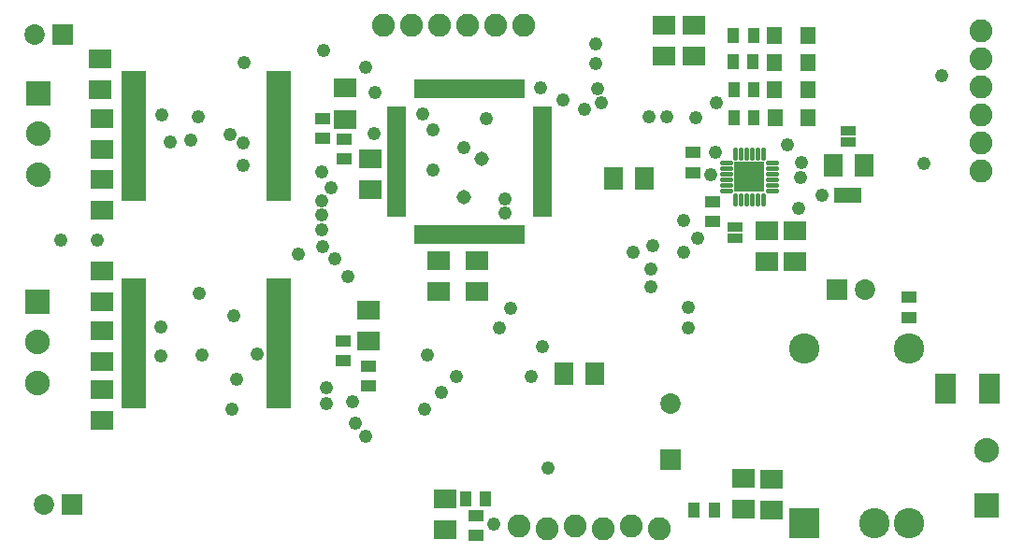
<source format=gts>
G75*
G70*
%OFA0B0*%
%FSLAX24Y24*%
%IPPOS*%
%LPD*%
%AMOC8*
5,1,8,0,0,1.08239X$1,22.5*
%
%ADD10R,0.0789X0.0710*%
%ADD11R,0.0710X0.0789*%
%ADD12C,0.0180*%
%ADD13R,0.1110X0.1110*%
%ADD14R,0.0330X0.0580*%
%ADD15R,0.0580X0.0330*%
%ADD16C,0.1080*%
%ADD17R,0.1080X0.1080*%
%ADD18R,0.0749X0.1064*%
%ADD19R,0.0552X0.0395*%
%ADD20R,0.0552X0.0631*%
%ADD21R,0.0395X0.0552*%
%ADD22C,0.0820*%
%ADD23C,0.0730*%
%ADD24R,0.0730X0.0730*%
%ADD25R,0.0910X0.0250*%
%ADD26R,0.0660X0.0190*%
%ADD27R,0.0190X0.0660*%
%ADD28R,0.0880X0.0880*%
%ADD29C,0.0880*%
%ADD30C,0.0477*%
%ADD31C,0.0516*%
D10*
X003845Y004915D03*
X003845Y006017D03*
X003845Y007029D03*
X003845Y008131D03*
X003845Y009139D03*
X003845Y010241D03*
X003845Y012419D03*
X003845Y013521D03*
X003837Y014580D03*
X003837Y015682D03*
X003777Y016703D03*
X003777Y017806D03*
X012509Y016765D03*
X012509Y015663D03*
X013405Y014249D03*
X013405Y013147D03*
X015859Y010600D03*
X017219Y010610D03*
X017219Y009508D03*
X015859Y009498D03*
X013352Y008846D03*
X013352Y007744D03*
X016081Y002119D03*
X016081Y001016D03*
X026721Y001740D03*
X027702Y001725D03*
X027702Y002827D03*
X026721Y002842D03*
X027550Y010582D03*
X028559Y010590D03*
X028559Y011692D03*
X027550Y011684D03*
X024949Y017915D03*
X023877Y017903D03*
X023877Y019005D03*
X024949Y019017D03*
D11*
X029911Y014011D03*
X031013Y014011D03*
X023190Y013546D03*
X022088Y013546D03*
X021425Y006572D03*
X020323Y006572D03*
D12*
X026407Y012648D02*
X026407Y012948D01*
X026607Y012948D02*
X026607Y012648D01*
X026805Y012648D02*
X026805Y012948D01*
X027015Y012948D02*
X027015Y012648D01*
X027214Y012648D02*
X027214Y012948D01*
X027413Y012948D02*
X027413Y012648D01*
X027587Y013112D02*
X027887Y013112D01*
X027887Y013311D02*
X027587Y013311D01*
X027587Y013510D02*
X027887Y013510D01*
X027887Y013720D02*
X027587Y013720D01*
X027587Y013918D02*
X027887Y013918D01*
X027887Y014118D02*
X027587Y014118D01*
X027413Y014283D02*
X027413Y014583D01*
X027214Y014583D02*
X027214Y014283D01*
X027015Y014283D02*
X027015Y014583D01*
X026805Y014583D02*
X026805Y014283D01*
X026607Y014283D02*
X026607Y014583D01*
X026407Y014583D02*
X026407Y014283D01*
X026233Y014118D02*
X025933Y014118D01*
X025933Y013918D02*
X026233Y013918D01*
X026233Y013720D02*
X025933Y013720D01*
X025933Y013510D02*
X026233Y013510D01*
X026233Y013311D02*
X025933Y013311D01*
X025933Y013112D02*
X026233Y013112D01*
D13*
X026906Y013619D03*
D14*
X030098Y012933D03*
X030418Y012933D03*
X030738Y012933D03*
D15*
X030434Y014856D03*
X030434Y015256D03*
X026407Y011802D03*
X026407Y011402D03*
D16*
X028872Y007487D03*
X032622Y007487D03*
X032622Y001237D03*
X031372Y001237D03*
D17*
X028872Y001237D03*
D18*
X033912Y006062D03*
X035487Y006062D03*
D19*
X032600Y008590D03*
X032600Y009299D03*
X025626Y012011D03*
X025626Y012720D03*
X024901Y013758D03*
X024901Y014467D03*
X012467Y014234D03*
X012467Y014943D03*
X011710Y014970D03*
X011710Y015678D03*
X012447Y007745D03*
X012447Y007037D03*
X013352Y006848D03*
X013352Y006139D03*
X017171Y001524D03*
X017171Y000816D03*
D20*
X027837Y015703D03*
X029018Y015703D03*
X029005Y016708D03*
X027824Y016708D03*
X027820Y017696D03*
X029001Y017696D03*
X029001Y018652D03*
X027820Y018652D03*
D21*
X027063Y018650D03*
X026355Y018650D03*
X026353Y017704D03*
X027061Y017704D03*
X027077Y016714D03*
X026368Y016714D03*
X026378Y015709D03*
X027086Y015709D03*
X017519Y002121D03*
X016810Y002121D03*
X024955Y001727D03*
X025664Y001727D03*
D22*
X023715Y001050D03*
X022715Y001150D03*
X021715Y001050D03*
X020715Y001150D03*
X019715Y001050D03*
X018715Y001150D03*
X035183Y013820D03*
X035183Y014820D03*
X035183Y015820D03*
X035183Y016820D03*
X035183Y017820D03*
X035183Y018820D03*
X018881Y019030D03*
X017881Y019030D03*
X016881Y019030D03*
X015881Y019030D03*
X014881Y019030D03*
X013881Y019030D03*
D23*
X001781Y001913D03*
X024128Y005524D03*
X031060Y009572D03*
X001447Y018667D03*
D24*
X002447Y018667D03*
X030060Y009572D03*
X024128Y003524D03*
X002781Y001913D03*
D25*
X004977Y005483D03*
X004977Y005743D03*
X004977Y006003D03*
X004977Y006253D03*
X004977Y006513D03*
X004977Y006763D03*
X004977Y007023D03*
X004977Y007283D03*
X004977Y007533D03*
X004977Y007793D03*
X004977Y008043D03*
X004977Y008303D03*
X004977Y008563D03*
X004977Y008813D03*
X004977Y009073D03*
X004977Y009323D03*
X004977Y009583D03*
X004977Y009843D03*
X010137Y009843D03*
X010137Y009583D03*
X010137Y009323D03*
X010137Y009073D03*
X010137Y008813D03*
X010137Y008563D03*
X010137Y008303D03*
X010137Y008043D03*
X010137Y007793D03*
X010137Y007533D03*
X010137Y007283D03*
X010137Y007023D03*
X010137Y006763D03*
X010137Y006513D03*
X010137Y006253D03*
X010137Y006003D03*
X010137Y005743D03*
X010137Y005483D03*
X010137Y012884D03*
X010137Y013144D03*
X010137Y013404D03*
X010137Y013654D03*
X010137Y013914D03*
X010137Y014164D03*
X010137Y014424D03*
X010137Y014684D03*
X010137Y014934D03*
X010137Y015194D03*
X010137Y015444D03*
X010137Y015704D03*
X010137Y015964D03*
X010137Y016214D03*
X010137Y016474D03*
X010137Y016724D03*
X010137Y016984D03*
X010137Y017244D03*
X004977Y017244D03*
X004977Y016984D03*
X004977Y016724D03*
X004977Y016474D03*
X004977Y016214D03*
X004977Y015964D03*
X004977Y015704D03*
X004977Y015444D03*
X004977Y015194D03*
X004977Y014934D03*
X004977Y014684D03*
X004977Y014424D03*
X004977Y014164D03*
X004977Y013914D03*
X004977Y013654D03*
X004977Y013404D03*
X004977Y013144D03*
X004977Y012884D03*
D26*
X014338Y012874D03*
X014338Y012674D03*
X014338Y012484D03*
X014338Y012284D03*
X014338Y013074D03*
X014338Y013264D03*
X014338Y013464D03*
X014338Y013664D03*
X014338Y013854D03*
X014338Y014054D03*
X014338Y014254D03*
X014338Y014454D03*
X014338Y014644D03*
X014338Y014844D03*
X014338Y015044D03*
X014338Y015234D03*
X014338Y015434D03*
X014338Y015634D03*
X014338Y015824D03*
X014338Y016024D03*
X019538Y016024D03*
X019538Y015824D03*
X019538Y015634D03*
X019538Y015434D03*
X019538Y015234D03*
X019538Y015044D03*
X019538Y014844D03*
X019538Y014644D03*
X019538Y014454D03*
X019538Y014254D03*
X019538Y014054D03*
X019538Y013854D03*
X019538Y013664D03*
X019538Y013464D03*
X019538Y013264D03*
X019538Y013074D03*
X019538Y012874D03*
X019538Y012674D03*
X019538Y012484D03*
X019538Y012284D03*
D27*
X018808Y011554D03*
X018608Y011554D03*
X018418Y011554D03*
X018218Y011554D03*
X018018Y011554D03*
X017828Y011554D03*
X017628Y011554D03*
X017428Y011554D03*
X017238Y011554D03*
X017038Y011554D03*
X016838Y011554D03*
X016638Y011554D03*
X016448Y011554D03*
X016248Y011554D03*
X016048Y011554D03*
X015858Y011554D03*
X015658Y011554D03*
X015458Y011554D03*
X015268Y011554D03*
X015068Y011554D03*
X015068Y016754D03*
X015268Y016754D03*
X015458Y016754D03*
X015658Y016754D03*
X015858Y016754D03*
X016048Y016754D03*
X016248Y016754D03*
X016448Y016754D03*
X016638Y016754D03*
X016838Y016754D03*
X017038Y016754D03*
X017238Y016754D03*
X017428Y016754D03*
X017628Y016754D03*
X017828Y016754D03*
X018018Y016754D03*
X018218Y016754D03*
X018418Y016754D03*
X018608Y016754D03*
X018808Y016754D03*
D28*
X001577Y016587D03*
X001557Y009146D03*
X035395Y001893D03*
D29*
X035395Y003861D03*
X001557Y006250D03*
X001557Y007698D03*
X001577Y013691D03*
X001577Y015139D03*
D30*
X005972Y015819D03*
X007272Y015739D03*
X008402Y015109D03*
X008872Y014819D03*
X008892Y013999D03*
X007022Y014929D03*
X006292Y014859D03*
X008912Y017679D03*
X011762Y018119D03*
X013252Y017519D03*
X013572Y016599D03*
X015272Y015839D03*
X015652Y015279D03*
X016732Y014659D03*
X015632Y013859D03*
X013542Y015159D03*
X011692Y013789D03*
X012012Y013229D03*
X011682Y012749D03*
X011682Y012249D03*
X011692Y011719D03*
X011702Y011129D03*
X012132Y010679D03*
X012612Y010039D03*
X010862Y010839D03*
X007312Y009439D03*
X008532Y008639D03*
X009392Y007279D03*
X008652Y006379D03*
X008472Y005319D03*
X011832Y005499D03*
X012772Y005579D03*
X012872Y004819D03*
X013232Y004359D03*
X015352Y005319D03*
X015932Y005919D03*
X016472Y006479D03*
X015432Y007259D03*
X018012Y008199D03*
X018412Y008899D03*
X019562Y007539D03*
X019152Y006479D03*
X019752Y003199D03*
X017812Y001199D03*
X011852Y006069D03*
X007412Y007239D03*
X005952Y007199D03*
X005952Y008239D03*
X003692Y011339D03*
X002372Y011339D03*
X017532Y015679D03*
X019492Y016779D03*
X020292Y016359D03*
X021052Y016019D03*
X021632Y016259D03*
X021512Y016759D03*
X021432Y017659D03*
X021432Y018359D03*
X025762Y016239D03*
X025012Y015719D03*
X023982Y015759D03*
X023332Y015759D03*
X025712Y014479D03*
X025562Y013679D03*
X028282Y014749D03*
X028782Y014129D03*
X028752Y013579D03*
X029522Y012959D03*
X028672Y012479D03*
X025092Y011399D03*
X024592Y010919D03*
X023492Y011139D03*
X022772Y010899D03*
X023412Y010319D03*
X023402Y009669D03*
X024752Y008939D03*
X024752Y008229D03*
X024592Y012049D03*
X018212Y012319D03*
X018222Y012829D03*
X033152Y014079D03*
X033792Y017219D03*
D31*
X017392Y014239D03*
X016742Y012879D03*
M02*

</source>
